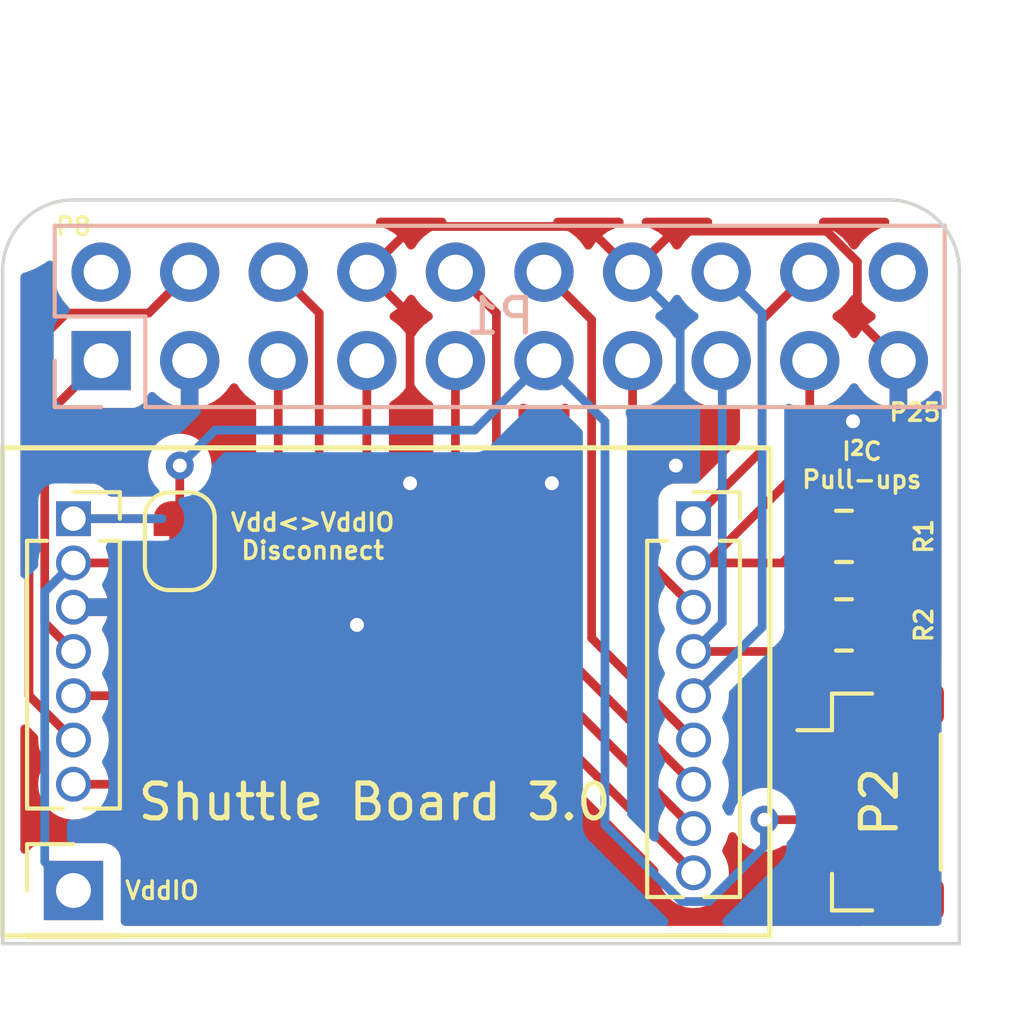
<source format=kicad_pcb>
(kicad_pcb (version 20211014) (generator pcbnew)
  (layers (0 "F.Cu" signal) (31 "B.Cu" signal) (34 "B.Paste" user) (35 "F.Paste" user) (36 "B.SilkS" user "B.Silkscreen") (37 "F.SilkS" user "F.Silkscreen") (38 "B.Mask" user) (39 "F.Mask" user) (44 "Edge.Cuts" user))
  (net 0 "")
  (net 1 "VDD")
  (net 2 "GND")
  (net 3 "VDDIO")
  (net 4 "/GPIO0")
  (net 5 "/PROM_RW")
  (net 6 "/GPIO1")
  (net 7 "/IOXP_INT")
  (net 8 "/GPIO2{slash}INT1")
  (net 9 "/GPIO3{slash}INT2")
  (net 10 "/GPIO4")
  (net 11 "/GPIO5")
  (net 12 "/SDO")
  (net 13 "/SDI{slash}SDA")
  (net 14 "/PlugDet")
  (net 15 "/SCK{slash}SCL")
  (net 16 "/CS")
  (footprint "Resistor_SMD:R_0805_2012Metric_Pad1.20x1.40mm_HandSolder" (layer "F.Cu") (at 70.8615 94.996 180)
    (fp_text reference "R2" (at -2.2905 0 90) (layer "F.SilkS") (effects (font (size 0.5 0.5) (thickness 0.1))))
    (fp_text value "1.8k")
    (fp_line (start -0.227064 -0.735) (end 0.227064 -0.735) (layer "F.SilkS") (width 0.12))
    (fp_line (start -0.227064 0.735) (end 0.227064 0.735) (layer "F.SilkS") (width 0.12))
    (pad "1" smd roundrect (at -1 0 180) (size 1.2 1.4) (layers "F.Cu" "F.Paste" "F.Mask") (roundrect_rratio 0.208333) (net 1 "VDD"))
    (pad "2" smd roundrect (at 1 0 180) (size 1.2 1.4) (layers "F.Cu" "F.Paste" "F.Mask") (roundrect_rratio 0.208333) (net 13 "/SDI{slash}SDA"))
  )
  (footprint "Resistor_SMD:R_0805_2012Metric_Pad1.20x1.40mm_HandSolder" (layer "F.Cu") (at 70.8615 92.456 180)
    (fp_text reference "R1" (at -2.2905 0 90) (layer "F.SilkS") (effects (font (size 0.5 0.5) (thickness 0.1))))
    (fp_text value "1.8k")
    (fp_line (start -0.227064 -0.735) (end 0.227064 -0.735) (layer "F.SilkS") (width 0.12))
    (fp_line (start -0.227064 0.735) (end 0.227064 0.735) (layer "F.SilkS") (width 0.12))
    (pad "1" smd roundrect (at -1 0 180) (size 1.2 1.4) (layers "F.Cu" "F.Paste" "F.Mask") (roundrect_rratio 0.208333) (net 1 "VDD"))
    (pad "2" smd roundrect (at 1 0 180) (size 1.2 1.4) (layers "F.Cu" "F.Paste" "F.Mask") (roundrect_rratio 0.208333) (net 15 "/SCK{slash}SCL"))
  )
  (footprint "Connector_PinHeader_2.54mm:PinHeader_1x01_P2.54mm_Vertical" (layer "F.Cu") (at 48.768 102.616)
    (fp_text reference "J1" hide)
    (fp_text value "VddIO" (at 2.54 0) (layer "F.SilkS") (effects (font (size 0.5 0.5) (thickness 0.1))))
    (fp_line (start -1.33 1.27) (end 1.33 1.27) (layer "F.SilkS") (width 0.12))
    (fp_line (start -1.33 1.27) (end -1.33 1.33) (layer "F.SilkS") (width 0.12))
    (fp_line (start -1.33 1.33) (end 1.33 1.33) (layer "F.SilkS") (width 0.12))
    (fp_line (start 1.33 1.27) (end 1.33 1.33) (layer "F.SilkS") (width 0.12))
    (fp_line (start -1.33 -1.33) (end 0 -1.33) (layer "F.SilkS") (width 0.12))
    (fp_line (start -1.33 0) (end -1.33 -1.33) (layer "F.SilkS") (width 0.12))
    (pad "1" thru_hole rect (at 0 0) (size 1.7 1.7) (drill 1) (layers *.Cu *.Mask) (net 3 "VDDIO"))
  )
  (footprint "Jumper:SolderJumper-2_P1.3mm_Bridged_RoundedPad1.0x1.5mm" (layer "F.Cu") (at 51.816 92.598 90)
    (fp_text reference "JP1" hide)
    (fp_text value "SolderJumper_2_Bridged" hide)
    (fp_poly (pts (xy 0.25 -0.3) (xy -0.25 -0.3) (xy -0.25 0.3) (xy 0.25 0.3)) (layer "F.Cu") (width 0) (fill solid))
    (fp_line (start 1.4 -0.3) (end 1.4 0.3) (layer "F.SilkS") (width 0.12))
    (fp_line (start -0.7 -1) (end 0.7 -1) (layer "F.SilkS") (width 0.12))
    (fp_line (start -1.4 0.3) (end -1.4 -0.3) (layer "F.SilkS") (width 0.12))
    (fp_line (start 0.7 1) (end -0.7 1) (layer "F.SilkS") (width 0.12))
    (fp_arc (start -0.7 1) (mid -1.194975 0.794975) (end -1.4 0.3) (layer "F.SilkS") (width 0.12))
    (fp_arc (start 1.4 0.3) (mid 1.194975 0.794975) (end 0.7 1) (layer "F.SilkS") (width 0.12))
    (fp_arc (start 0.7 -1) (mid 1.194975 -0.794975) (end 1.4 -0.3) (layer "F.SilkS") (width 0.12))
    (fp_arc (start -1.4 -0.3) (mid -1.194975 -0.794975) (end -0.7 -1) (layer "F.SilkS") (width 0.12))
    (pad "1" smd custom (at -0.65 0 90) (size 1 0.5) (layers "F.Cu" "F.Mask") (net 3 "VDDIO") (options (clearance outline) (anchor rect)) (primitives (gr_circle (center 0 0.25) (end 0.5 0.25) (width 0) (fill yes)) (gr_circle (center 0 -0.25) (end 0.5 -0.25) (width 0) (fill yes)) (gr_poly (pts (xy 0.5 0.75) (xy 0 0.75) (xy 0 -0.75) (xy 0.5 -0.75)) (width 0) (fill yes))))
    (pad "2" smd custom (at 0.65 0 90) (size 1 0.5) (layers "F.Cu" "F.Mask") (net 1 "VDD") (options (clearance outline) (anchor rect)) (primitives (gr_circle (center 0 0.25) (end 0.5 0.25) (width 0) (fill yes)) (gr_circle (center 0 -0.25) (end 0.5 -0.25) (width 0) (fill yes)) (gr_poly (pts (xy 0 0.75) (xy -0.5 0.75) (xy -0.5 -0.75) (xy 0 -0.75)) (width 0) (fill yes))))
  )
  (footprint "Connector_JST:JST_SH_BM04B-SRSS-TB_1x04-1MP_P1.00mm_Vertical" (layer "F.Cu") (at 71.628 100.076 -90)
    (fp_text reference "P2" (at 0 -0.25 90) (layer "F.SilkS"))
    (fp_text value "Qwiic Connector")
    (fp_line (start 3.11 -0.04) (end 3.11 1.11) (layer "F.SilkS") (width 0.12))
    (fp_line (start 3.11 1.11) (end 2.06 1.11) (layer "F.SilkS") (width 0.12))
    (fp_line (start -3.11 1.11) (end -2.06 1.11) (layer "F.SilkS") (width 0.12))
    (fp_line (start -3.11 -0.04) (end -3.11 1.11) (layer "F.SilkS") (width 0.12))
    (fp_line (start -1.94 -2.01) (end 1.94 -2.01) (layer "F.SilkS") (width 0.12))
    (fp_line (start -2.06 1.11) (end -2.06 2.1) (layer "F.SilkS") (width 0.12))
    (pad "1" smd roundrect (at -1.5 1.325 270) (size 0.6 1.55) (layers "F.Cu" "F.Paste" "F.Mask") (net 15 "/SCK{slash}SCL"))
    (pad "2" smd roundrect (at -0.5 1.325 270) (size 0.6 1.55) (layers "F.Cu" "F.Paste" "F.Mask") (net 13 "/SDI{slash}SDA"))
    (pad "3" smd roundrect (at 0.5 1.325 270) (size 0.6 1.55) (layers "F.Cu" "F.Paste" "F.Mask") (net 1 "VDD"))
    (pad "4" smd roundrect (at 1.5 1.325 270) (size 0.6 1.55) (layers "F.Cu" "F.Paste" "F.Mask") (net 2 "GND"))
    (pad "MP" smd roundrect (at 2.8 -1.2 270) (size 1.2 1.8) (layers "F.Cu" "F.Paste" "F.Mask") (roundrect_rratio 0.208333))
    (pad "MP" smd roundrect (at -2.8 -1.2 270) (size 1.2 1.8) (layers "F.Cu" "F.Paste" "F.Mask") (roundrect_rratio 0.208333))
  )
  (footprint "Connector_PinSocket_1.27mm:PinSocket_1x09_P1.27mm_Vertical" (layer "F.Cu") (at 66.548 91.948)
    (fp_text reference "P4" hide)
    (fp_text value "Conn_01x09" hide)
    (fp_line (start 0.76 0.635) (end 1.33 0.635) (layer "F.SilkS") (width 0.12))
    (fp_line (start -1.33 0.635) (end -1.33 10.855) (layer "F.SilkS") (width 0.12))
    (fp_line (start 0 -0.76) (end 1.33 -0.76) (layer "F.SilkS") (width 0.12))
    (fp_line (start -1.33 0.635) (end -0.76 0.635) (layer "F.SilkS") (width 0.12))
    (fp_line (start -1.33 10.855) (end -0.30753 10.855) (layer "F.SilkS") (width 0.12))
    (fp_line (start 0.30753 10.855) (end 1.33 10.855) (layer "F.SilkS") (width 0.12))
    (fp_line (start 1.33 0.635) (end 1.33 10.855) (layer "F.SilkS") (width 0.12))
    (fp_line (start 1.33 -0.76) (end 1.33 0) (layer "F.SilkS") (width 0.12))
    (pad "1" thru_hole rect (at 0 0) (size 1 1) (drill 0.7) (layers *.Cu *.Mask) (net 16 "/CS"))
    (pad "2" thru_hole oval (at 0 1.27) (size 1 1) (drill 0.7) (layers *.Cu *.Mask) (net 15 "/SCK{slash}SCL"))
    (pad "3" thru_hole oval (at 0 2.54) (size 1 1) (drill 0.7) (layers *.Cu *.Mask) (net 12 "/SDO"))
    (pad "4" thru_hole oval (at 0 3.81) (size 1 1) (drill 0.7) (layers *.Cu *.Mask) (net 13 "/SDI{slash}SDA"))
    (pad "5" thru_hole oval (at 0 5.08) (size 1 1) (drill 0.7) (layers *.Cu *.Mask) (net 10 "/GPIO4"))
    (pad "6" thru_hole oval (at 0 6.35) (size 1 1) (drill 0.7) (layers *.Cu *.Mask) (net 11 "/GPIO5"))
    (pad "7" thru_hole oval (at 0 7.62) (size 1 1) (drill 0.7) (layers *.Cu *.Mask) (net 7 "/IOXP_INT"))
    (pad "8" thru_hole oval (at 0 8.89) (size 1 1) (drill 0.7) (layers *.Cu *.Mask) (net 14 "/PlugDet"))
    (pad "9" thru_hole oval (at 0 10.16) (size 1 1) (drill 0.7) (layers *.Cu *.Mask) (net 5 "/PROM_RW"))
  )
  (footprint "Connector_PinSocket_1.27mm:PinSocket_1x07_P1.27mm_Vertical" (layer "F.Cu") (at 48.768 91.948)
    (fp_text reference "P3" hide)
    (fp_text value "Conn_01x07" hide)
    (fp_line (start 1.33 0.635) (end 1.33 8.315) (layer "F.SilkS") (width 0.12))
    (fp_line (start -1.33 0.635) (end -1.33 8.315) (layer "F.SilkS") (width 0.12))
    (fp_line (start 0 -0.76) (end 1.33 -0.76) (layer "F.SilkS") (width 0.12))
    (fp_line (start 1.33 -0.76) (end 1.33 0) (layer "F.SilkS") (width 0.12))
    (fp_line (start -1.33 8.315) (end -0.30753 8.315) (layer "F.SilkS") (width 0.12))
    (fp_line (start -1.33 0.635) (end -0.76 0.635) (layer "F.SilkS") (width 0.12))
    (fp_line (start 0.30753 8.315) (end 1.33 8.315) (layer "F.SilkS") (width 0.12))
    (fp_line (start 0.76 0.635) (end 1.33 0.635) (layer "F.SilkS") (width 0.12))
    (pad "1" thru_hole rect (at 0 0) (size 1 1) (drill 0.7) (layers *.Cu *.Mask) (net 1 "VDD"))
    (pad "2" thru_hole oval (at 0 1.27) (size 1 1) (drill 0.7) (layers *.Cu *.Mask) (net 3 "VDDIO"))
    (pad "3" thru_hole oval (at 0 2.54) (size 1 1) (drill 0.7) (layers *.Cu *.Mask) (net 2 "GND"))
    (pad "4" thru_hole oval (at 0 3.81) (size 1 1) (drill 0.7) (layers *.Cu *.Mask) (net 4 "/GPIO0"))
    (pad "5" thru_hole oval (at 0 5.08) (size 1 1) (drill 0.7) (layers *.Cu *.Mask) (net 6 "/GPIO1"))
    (pad "6" thru_hole oval (at 0 6.35) (size 1 1) (drill 0.7) (layers *.Cu *.Mask) (net 8 "/GPIO2{slash}INT1"))
    (pad "7" thru_hole oval (at 0 7.62) (size 1 1) (drill 0.7) (layers *.Cu *.Mask) (net 9 "/GPIO3{slash}INT2"))
  )
  (footprint "Connector_PinSocket_2.54mm:PinSocket_2x10_P2.54mm_Vertical" (layer "B.Cu") (at 49.56 87.416 -90)
    (fp_text reference "P1" (at -1.27 -11.43) (layer "B.SilkS") (effects (justify mirror)))
    (fp_text value "Raspberry Pi Connector")
    (fp_line (start -1.27 -1.27) (end 1.33 -1.27) (layer "B.SilkS") (width 0.12))
    (fp_line (start 0 1.33) (end 1.33 1.33) (layer "B.SilkS") (width 0.12))
    (fp_line (start -3.87 1.33) (end -3.87 -24.19) (layer "B.SilkS") (width 0.12))
    (fp_line (start -3.87 1.33) (end -1.27 1.33) (layer "B.SilkS") (width 0.12))
    (fp_line (start -1.27 1.33) (end -1.27 -1.27) (layer "B.SilkS") (width 0.12))
    (fp_line (start 1.33 1.33) (end 1.33 0) (layer "B.SilkS") (width 0.12))
    (fp_line (start 1.33 -1.27) (end 1.33 -24.19) (layer "B.SilkS") (width 0.12))
    (fp_line (start -3.87 -24.19) (end 1.33 -24.19) (layer "B.SilkS") (width 0.12))
    (pad "1" thru_hole rect (at 0 0 270) (size 1.7 1.7) (drill 1) (layers *.Cu *.Mask) (net 4 "/GPIO0"))
    (pad "2" thru_hole oval (at -2.54 0 270) (size 1.7 1.7) (drill 1) (layers *.Cu *.Mask))
    (pad "3" thru_hole oval (at 0 -2.54 270) (size 1.7 1.7) (drill 1) (layers *.Cu *.Mask) (net 2 "GND"))
    (pad "4" thru_hole oval (at -2.54 -2.54 270) (size 1.7 1.7) (drill 1) (layers *.Cu *.Mask) (net 8 "/GPIO2{slash}INT1"))
    (pad "5" thru_hole oval (at 0 -5.08 270) (size 1.7 1.7) (drill 1) (layers *.Cu *.Mask) (net 6 "/GPIO1"))
    (pad "6" thru_hole oval (at -2.54 -5.08 270) (size 1.7 1.7) (drill 1) (layers *.Cu *.Mask) (net 9 "/GPIO3{slash}INT2"))
    (pad "7" thru_hole oval (at 0 -7.62 270) (size 1.7 1.7) (drill 1) (layers *.Cu *.Mask) (net 5 "/PROM_RW"))
    (pad "8" thru_hole oval (at -2.54 -7.62 270) (size 1.7 1.7) (drill 1) (layers *.Cu *.Mask) (net 2 "GND"))
    (pad "9" thru_hole oval (at 0 -10.16 270) (size 1.7 1.7) (drill 1) (layers *.Cu *.Mask) (net 14 "/PlugDet"))
    (pad "10" thru_hole oval (at -2.54 -10.16 270) (size 1.7 1.7) (drill 1) (layers *.Cu *.Mask) (net 7 "/IOXP_INT"))
    (pad "11" thru_hole oval (at 0 -12.7 270) (size 1.7 1.7) (drill 1) (layers *.Cu *.Mask) (net 1 "VDD"))
    (pad "12" thru_hole oval (at -2.54 -12.7 270) (size 1.7 1.7) (drill 1) (layers *.Cu *.Mask) (net 11 "/GPIO5"))
    (pad "13" thru_hole oval (at 0 -15.24 270) (size 1.7 1.7) (drill 1) (layers *.Cu *.Mask) (net 12 "/SDO"))
    (pad "14" thru_hole oval (at -2.54 -15.24 270) (size 1.7 1.7) (drill 1) (layers *.Cu *.Mask) (net 2 "GND"))
    (pad "15" thru_hole oval (at 0 -17.78 270) (size 1.7 1.7) (drill 1) (layers *.Cu *.Mask) (net 13 "/SDI{slash}SDA"))
    (pad "16" thru_hole oval (at -2.54 -17.78 270) (size 1.7 1.7) (drill 1) (layers *.Cu *.Mask) (net 10 "/GPIO4"))
    (pad "17" thru_hole oval (at 0 -20.32 270) (size 1.7 1.7) (drill 1) (layers *.Cu *.Mask) (net 15 "/SCK{slash}SCL"))
    (pad "18" thru_hole oval (at -2.54 -20.32 270) (size 1.7 1.7) (drill 1) (layers *.Cu *.Mask) (net 16 "/CS"))
    (pad "19" thru_hole oval (at 0 -22.86 270) (size 1.7 1.7) (drill 1) (layers *.Cu *.Mask) (net 2 "GND"))
    (pad "20" thru_hole oval (at -2.54 -22.86 270) (size 1.7 1.7) (drill 1) (layers *.Cu *.Mask))
  )
  (gr_rect (start 46.736 89.916) (end 68.736 103.916) (layer "F.SilkS") (width 0.15) (fill none))
  (gr_line (start 46.736 104.14) (end 74.168 104.14) (layer "Edge.Cuts") (width 0.1))
  (gr_line (start 48.768 82.804) (end 72.136 82.804) (layer "Edge.Cuts") (width 0.1))
  (gr_line (start 74.168 104.14) (end 74.168 84.836) (layer "Edge.Cuts") (width 0.1))
  (gr_arc (start 46.736 84.836) (mid 47.331159 83.399159) (end 48.768 82.804) (layer "Edge.Cuts") (width 0.1))
  (gr_arc (start 72.136 82.804) (mid 73.572841 83.399159) (end 74.168 84.836) (layer "Edge.Cuts") (width 0.1))
  (gr_line (start 46.736 84.836) (end 46.736 104.14) (layer "Edge.Cuts") (width 0.1))
  (gr_text "P8" (at 48.768 83.566) (layer "F.SilkS") (effects (font (size 0.5 0.5) (thickness 0.1))))
  (gr_text "Vdd<>VddIO\nDisconnect" (at 55.626 92.456) (layer "F.SilkS") (effects (font (size 0.5 0.5) (thickness 0.1))))
  (gr_text "Shuttle Board 3.0" (at 57.404 100.076) (layer "F.SilkS") (effects (font (size 1 1))))
  (gr_text "P25" (at 72.898 88.9) (layer "F.SilkS") (effects (font (size 0.5 0.5) (thickness 0.1))))
  (gr_text "I^{2}C\nPull-ups" (at 71.374 90.424) (layer "F.SilkS") (effects (font (size 0.5 0.5) (thickness 0.1))))
  (segment (start 48.768 91.948) (end 51.816 91.948) (width 0.25) (layer "F.Cu") (net 1))
  (segment (start 70.749072 100.576) (end 70.303 100.576) (width 0.25) (layer "F.Cu") (net 1))
  (segment (start 71.60348 99.721592) (end 70.749072 100.576) (width 0.25) (layer "F.Cu") (net 1))
  (segment (start 71.60348 95.25402) (end 71.60348 99.721592) (width 0.25) (layer "F.Cu") (net 1))
  (segment (start 71.8615 92.456) (end 71.8615 94.996) (width 0.25) (layer "F.Cu") (net 1))
  (segment (start 71.8615 94.996) (end 71.60348 95.25402) (width 0.25) (layer "F.Cu") (net 1))
  (segment (start 70.295 100.584) (end 70.303 100.576) (width 0.25) (layer "F.Cu") (net 1))
  (segment (start 51.816 91.948) (end 51.816 90.424) (width 0.25) (layer "F.Cu") (net 1))
  (segment (start 68.58 100.584) (end 70.295 100.584) (width 0.25) (layer "F.Cu") (net 1))
  (via (at 68.58 100.584) (size 0.8) (drill 0.4) (layers "F.Cu" "B.Cu") (net 1))
  (via (at 51.816 90.424) (size 0.8) (drill 0.4) (layers "F.Cu" "B.Cu") (net 1))
  (segment (start 52.832 89.408) (end 51.816 90.424) (width 0.25) (layer "B.Cu") (net 1))
  (segment (start 62.26 87.416) (end 64.008 89.164) (width 0.25) (layer "B.Cu") (net 1))
  (segment (start 64.008 100.734036) (end 66.206475 102.932511) (width 0.25) (layer "B.Cu") (net 1))
  (segment (start 66.993489 102.932511) (end 68.58 101.346) (width 0.25) (layer "B.Cu") (net 1))
  (segment (start 64.008 89.164) (end 64.008 100.734036) (width 0.25) (layer "B.Cu") (net 1))
  (segment (start 68.58 101.346) (end 68.58 100.584) (width 0.25) (layer "B.Cu") (net 1))
  (segment (start 60.268 89.408) (end 52.832 89.408) (width 0.25) (layer "B.Cu") (net 1))
  (segment (start 48.768 91.948) (end 51.308 91.948) (width 0.25) (layer "B.Cu") (net 1))
  (segment (start 66.206475 102.932511) (end 66.993489 102.932511) (width 0.25) (layer "B.Cu") (net 1))
  (segment (start 62.26 87.416) (end 60.268 89.408) (width 0.25) (layer "B.Cu") (net 1))
  (segment (start 70.366499 83.701489) (end 71.245489 84.580479) (width 0.25) (layer "F.Cu") (net 2))
  (segment (start 71.245489 86.241489) (end 72.42 87.416) (width 0.25) (layer "F.Cu") (net 2))
  (segment (start 65.974511 83.701489) (end 70.366499 83.701489) (width 0.25) (layer "F.Cu") (net 2))
  (segment (start 64.8 84.876) (end 65.974511 83.701489) (width 0.25) (layer "F.Cu") (net 2))
  (segment (start 71.245489 84.580479) (end 71.245489 86.241489) (width 0.25) (layer "F.Cu") (net 2))
  (segment (start 57.18 84.876) (end 58.42 86.116) (width 0.25) (layer "F.Cu") (net 2))
  (segment (start 63.49 83.566) (end 64.8 84.876) (width 0.25) (layer "F.Cu") (net 2))
  (segment (start 58.42 86.116) (end 58.42 88.646) (width 0.25) (layer "F.Cu") (net 2))
  (segment (start 57.18 84.876) (end 58.49 83.566) (width 0.25) (layer "F.Cu") (net 2))
  (segment (start 58.49 83.566) (end 63.49 83.566) (width 0.25) (layer "F.Cu") (net 2))
  (via (at 56.896 94.996) (size 0.8) (drill 0.4) (layers "F.Cu" "B.Cu") (net 2))
  (via (at 58.42 90.932) (size 0.8) (drill 0.4) (layers "F.Cu" "B.Cu") (net 2))
  (via (at 71.12 89.154) (size 0.8) (drill 0.4) (layers "F.Cu" "B.Cu") (net 2))
  (via (at 62.484 90.932) (size 0.8) (drill 0.4) (layers "F.Cu" "B.Cu") (net 2))
  (via (at 66.04 90.424) (size 0.8) (drill 0.4) (layers "F.Cu" "B.Cu") (net 2))
  (segment (start 64.8 84.876) (end 66.165489 86.241489) (width 0.25) (layer "B.Cu") (net 2))
  (segment (start 66.165489 86.241489) (end 66.165489 90.298511) (width 0.25) (layer "B.Cu") (net 2))
  (segment (start 66.165489 90.298511) (end 66.04 90.424) (width 0.25) (layer "B.Cu") (net 2))
  (segment (start 51.786 93.218) (end 51.816 93.248) (width 0.25) (layer "F.Cu") (net 3))
  (segment (start 48.768 93.218) (end 51.786 93.218) (width 0.25) (layer "F.Cu") (net 3))
  (segment (start 48.768 93.218) (end 47.943489 94.042511) (width 0.25) (layer "B.Cu") (net 3))
  (segment (start 47.943489 94.042511) (end 47.943489 101.791489) (width 0.25) (layer "B.Cu") (net 3))
  (segment (start 47.943489 101.791489) (end 48.768 102.616) (width 0.25) (layer "B.Cu") (net 3))
  (segment (start 48.768 95.758) (end 47.943489 94.933489) (width 0.25) (layer "F.Cu") (net 4))
  (segment (start 47.943489 94.933489) (end 47.943489 89.032511) (width 0.25) (layer "F.Cu") (net 4))
  (segment (start 47.943489 89.032511) (end 49.56 87.416) (width 0.25) (layer "F.Cu") (net 4))
  (segment (start 66.548 102.108) (end 57.18 92.74) (width 0.25) (layer "F.Cu") (net 5))
  (segment (start 57.18 92.74) (end 57.18 87.416) (width 0.25) (layer "F.Cu") (net 5))
  (segment (start 52.324 97.028) (end 54.64 94.712) (width 0.25) (layer "F.Cu") (net 6))
  (segment (start 48.768 97.028) (end 52.324 97.028) (width 0.25) (layer "F.Cu") (net 6))
  (segment (start 54.64 94.712) (end 54.64 87.416) (width 0.25) (layer "F.Cu") (net 6))
  (segment (start 66.548 99.568) (end 60.894511 93.914511) (width 0.25) (layer "F.Cu") (net 7))
  (segment (start 60.894511 86.050511) (end 59.72 84.876) (width 0.25) (layer "F.Cu") (net 7))
  (segment (start 60.894511 93.914511) (end 60.894511 86.050511) (width 0.25) (layer "F.Cu") (net 7))
  (segment (start 48.569489 86.050511) (end 50.925489 86.050511) (width 0.25) (layer "F.Cu") (net 8))
  (segment (start 47.493969 87.126031) (end 48.569489 86.050511) (width 0.25) (layer "F.Cu") (net 8))
  (segment (start 50.925489 86.050511) (end 52.1 84.876) (width 0.25) (layer "F.Cu") (net 8))
  (segment (start 48.768 98.298) (end 47.493969 97.023969) (width 0.25) (layer "F.Cu") (net 8))
  (segment (start 47.493969 97.023969) (end 47.493969 87.126031) (width 0.25) (layer "F.Cu") (net 8))
  (segment (start 55.814511 86.050511) (end 54.64 84.876) (width 0.25) (layer "F.Cu") (net 9))
  (segment (start 55.814511 94.173206) (end 55.814511 86.050511) (width 0.25) (layer "F.Cu") (net 9))
  (segment (start 50.419717 99.568) (end 55.814511 94.173206) (width 0.25) (layer "F.Cu") (net 9))
  (segment (start 48.768 99.568) (end 50.419717 99.568) (width 0.25) (layer "F.Cu") (net 9))
  (segment (start 66.548 97.028) (end 68.514511 95.061489) (width 0.25) (layer "B.Cu") (net 10))
  (segment (start 68.514511 95.061489) (end 68.514511 86.050511) (width 0.25) (layer "B.Cu") (net 10))
  (segment (start 68.514511 86.050511) (end 67.34 84.876) (width 0.25) (layer "B.Cu") (net 10))
  (segment (start 63.625489 95.375489) (end 63.625489 86.241489) (width 0.25) (layer "F.Cu") (net 11))
  (segment (start 63.625489 86.241489) (end 62.26 84.876) (width 0.25) (layer "F.Cu") (net 11))
  (segment (start 66.548 98.298) (end 63.625489 95.375489) (width 0.25) (layer "F.Cu") (net 11))
  (segment (start 66.548 94.488) (end 64.8 92.74) (width 0.25) (layer "F.Cu") (net 12))
  (segment (start 64.8 92.74) (end 64.8 87.416) (width 0.25) (layer "F.Cu") (net 12))
  (segment (start 69.0995 98.818572) (end 69.0995 95.758) (width 0.25) (layer "F.Cu") (net 13))
  (segment (start 70.303 99.576) (end 69.856928 99.576) (width 0.25) (layer "F.Cu") (net 13))
  (segment (start 69.856928 99.576) (end 69.0995 98.818572) (width 0.25) (layer "F.Cu") (net 13))
  (segment (start 66.548 95.758) (end 69.0995 95.758) (width 0.25) (layer "F.Cu") (net 13))
  (segment (start 69.0995 95.758) (end 69.8615 94.996) (width 0.25) (layer "F.Cu") (net 13))
  (segment (start 66.548 95.758) (end 67.372511 94.933489) (width 0.25) (layer "B.Cu") (net 13))
  (segment (start 67.372511 94.933489) (end 67.372511 87.448511) (width 0.25) (layer "B.Cu") (net 13))
  (segment (start 67.372511 87.448511) (end 67.34 87.416) (width 0.25) (layer "B.Cu") (net 13))
  (segment (start 66.548 100.838) (end 59.72 94.01) (width 0.25) (layer "F.Cu") (net 14))
  (segment (start 59.72 94.01) (end 59.72 87.416) (width 0.25) (layer "F.Cu") (net 14))
  (segment (start 70.78602 93.38052) (end 69.8615 92.456) (width 0.25) (layer "F.Cu") (net 15))
  (segment (start 66.548 93.218) (end 69.0995 93.218) (width 0.25) (layer "F.Cu") (net 15))
  (segment (start 69.88 90.265022) (end 69.88 87.416) (width 0.25) (layer "F.Cu") (net 15))
  (segment (start 66.548 93.218) (end 66.294 93.218) (width 0.25) (layer "F.Cu") (net 15))
  (segment (start 66.548 93.218) (end 66.927022 93.218) (width 0.25) (layer "F.Cu") (net 15))
  (segment (start 69.0995 93.218) (end 69.8615 92.456) (width 0.25) (layer "F.Cu") (net 15))
  (segment (start 70.78602 98.09298) (end 70.78602 93.38052) (width 0.25) (layer "F.Cu") (net 15))
  (segment (start 66.927022 93.218) (end 69.88 90.265022) (width 0.25) (layer "F.Cu") (net 15))
  (segment (start 70.303 98.576) (end 70.78602 98.09298) (width 0.25) (layer "F.Cu") (net 15))
  (segment (start 66.548 91.948) (end 68.514511 89.981489) (width 0.25) (layer "F.Cu") (net 16))
  (segment (start 68.514511 86.241489) (end 69.88 84.876) (width 0.25) (layer "F.Cu") (net 16))
  (segment (start 68.514511 89.981489) (end 68.514511 86.241489) (width 0.25) (layer "F.Cu") (net 16))
  (zone (net 2) (net_name "GND") (layers F&B.Cu) (connect_pads (clearance 0.508)) (min_thickness 0.254) (fill yes (thermal_gap 0.508) (thermal_bridge_width 0.508))
    (polygon (pts (xy 74.168 104.14) (xy 46.736 104.14) (xy 46.736 82.804) (xy 74.168 82.804)))
  )
)
</source>
